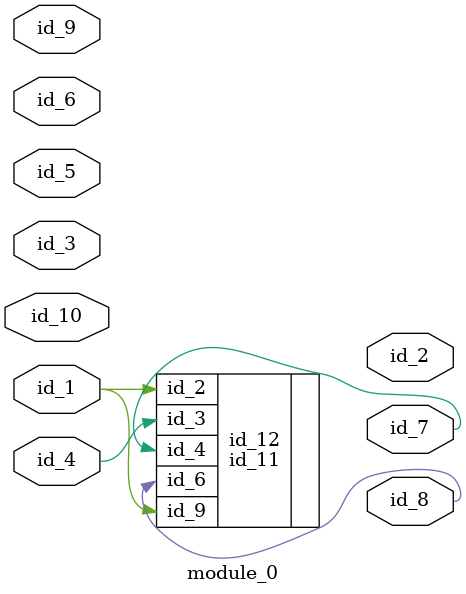
<source format=v>
module module_0 (
    id_1,
    id_2,
    id_3,
    id_4,
    id_5,
    id_6,
    id_7,
    id_8,
    id_9,
    id_10
);
  input id_10;
  input id_9;
  output id_8;
  output id_7;
  input id_6;
  input id_5;
  input id_4;
  input id_3;
  output id_2;
  input id_1;
  id_11 id_12 (
      .id_3(id_4),
      .id_6(id_8),
      .id_4(id_7),
      .id_2(id_1),
      .id_9(id_1)
  );
  id_13 id_14 (
      .id_4 (id_9),
      .id_3 (id_10),
      .id_10(id_10),
      .id_5 (id_5),
      .id_5 (1),
      .id_7 (id_6)
  );
endmodule

</source>
